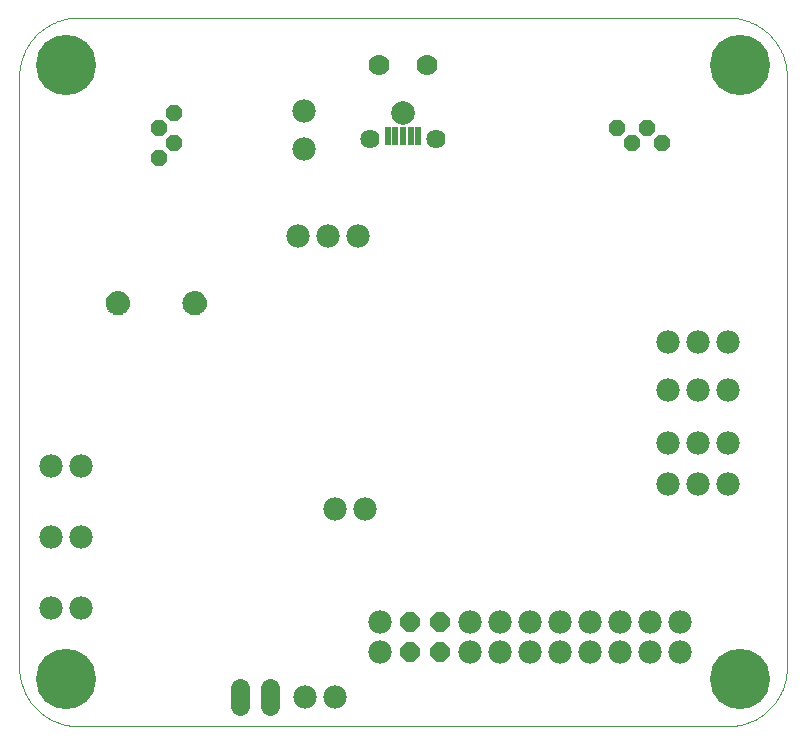
<source format=gbs>
G75*
%MOIN*%
%OFA0B0*%
%FSLAX25Y25*%
%IPPOS*%
%LPD*%
%AMOC8*
5,1,8,0,0,1.08239X$1,22.5*
%
%ADD10C,0.00000*%
%ADD11C,0.07000*%
%ADD12C,0.06400*%
%ADD13C,0.07800*%
%ADD14R,0.02172X0.06306*%
%ADD15C,0.06400*%
%ADD16C,0.07900*%
%ADD17OC8,0.06400*%
%ADD18C,0.00500*%
%ADD19OC8,0.05400*%
%ADD20C,0.20085*%
D10*
X0105861Y0042839D02*
X0105861Y0239689D01*
X0105862Y0239689D02*
X0105868Y0240165D01*
X0105885Y0240640D01*
X0105914Y0241115D01*
X0105954Y0241589D01*
X0106006Y0242062D01*
X0106069Y0242533D01*
X0106143Y0243003D01*
X0106229Y0243471D01*
X0106326Y0243937D01*
X0106434Y0244400D01*
X0106553Y0244860D01*
X0106684Y0245318D01*
X0106825Y0245772D01*
X0106978Y0246223D01*
X0107141Y0246669D01*
X0107315Y0247112D01*
X0107500Y0247550D01*
X0107695Y0247984D01*
X0107901Y0248413D01*
X0108117Y0248837D01*
X0108343Y0249256D01*
X0108579Y0249669D01*
X0108825Y0250076D01*
X0109081Y0250477D01*
X0109347Y0250871D01*
X0109622Y0251260D01*
X0109906Y0251641D01*
X0110199Y0252015D01*
X0110501Y0252383D01*
X0110813Y0252743D01*
X0111132Y0253095D01*
X0111460Y0253439D01*
X0111797Y0253776D01*
X0112141Y0254104D01*
X0112493Y0254423D01*
X0112853Y0254735D01*
X0113221Y0255037D01*
X0113595Y0255330D01*
X0113976Y0255614D01*
X0114365Y0255889D01*
X0114759Y0256155D01*
X0115160Y0256411D01*
X0115567Y0256657D01*
X0115980Y0256893D01*
X0116399Y0257119D01*
X0116823Y0257335D01*
X0117252Y0257541D01*
X0117686Y0257736D01*
X0118124Y0257921D01*
X0118567Y0258095D01*
X0119013Y0258258D01*
X0119464Y0258411D01*
X0119918Y0258552D01*
X0120376Y0258683D01*
X0120836Y0258802D01*
X0121299Y0258910D01*
X0121765Y0259007D01*
X0122233Y0259093D01*
X0122703Y0259167D01*
X0123174Y0259230D01*
X0123647Y0259282D01*
X0124121Y0259322D01*
X0124596Y0259351D01*
X0125071Y0259368D01*
X0125547Y0259374D01*
X0342082Y0259374D01*
X0342558Y0259368D01*
X0343033Y0259351D01*
X0343508Y0259322D01*
X0343982Y0259282D01*
X0344455Y0259230D01*
X0344926Y0259167D01*
X0345396Y0259093D01*
X0345864Y0259007D01*
X0346330Y0258910D01*
X0346793Y0258802D01*
X0347253Y0258683D01*
X0347711Y0258552D01*
X0348165Y0258411D01*
X0348616Y0258258D01*
X0349062Y0258095D01*
X0349505Y0257921D01*
X0349943Y0257736D01*
X0350377Y0257541D01*
X0350806Y0257335D01*
X0351230Y0257119D01*
X0351649Y0256893D01*
X0352062Y0256657D01*
X0352469Y0256411D01*
X0352870Y0256155D01*
X0353264Y0255889D01*
X0353653Y0255614D01*
X0354034Y0255330D01*
X0354408Y0255037D01*
X0354776Y0254735D01*
X0355136Y0254423D01*
X0355488Y0254104D01*
X0355832Y0253776D01*
X0356169Y0253439D01*
X0356497Y0253095D01*
X0356816Y0252743D01*
X0357128Y0252383D01*
X0357430Y0252015D01*
X0357723Y0251641D01*
X0358007Y0251260D01*
X0358282Y0250871D01*
X0358548Y0250477D01*
X0358804Y0250076D01*
X0359050Y0249669D01*
X0359286Y0249256D01*
X0359512Y0248837D01*
X0359728Y0248413D01*
X0359934Y0247984D01*
X0360129Y0247550D01*
X0360314Y0247112D01*
X0360488Y0246669D01*
X0360651Y0246223D01*
X0360804Y0245772D01*
X0360945Y0245318D01*
X0361076Y0244860D01*
X0361195Y0244400D01*
X0361303Y0243937D01*
X0361400Y0243471D01*
X0361486Y0243003D01*
X0361560Y0242533D01*
X0361623Y0242062D01*
X0361675Y0241589D01*
X0361715Y0241115D01*
X0361744Y0240640D01*
X0361761Y0240165D01*
X0361767Y0239689D01*
X0361767Y0042839D01*
X0361761Y0042363D01*
X0361744Y0041888D01*
X0361715Y0041413D01*
X0361675Y0040939D01*
X0361623Y0040466D01*
X0361560Y0039995D01*
X0361486Y0039525D01*
X0361400Y0039057D01*
X0361303Y0038591D01*
X0361195Y0038128D01*
X0361076Y0037668D01*
X0360945Y0037210D01*
X0360804Y0036756D01*
X0360651Y0036305D01*
X0360488Y0035859D01*
X0360314Y0035416D01*
X0360129Y0034978D01*
X0359934Y0034544D01*
X0359728Y0034115D01*
X0359512Y0033691D01*
X0359286Y0033272D01*
X0359050Y0032859D01*
X0358804Y0032452D01*
X0358548Y0032051D01*
X0358282Y0031657D01*
X0358007Y0031268D01*
X0357723Y0030887D01*
X0357430Y0030513D01*
X0357128Y0030145D01*
X0356816Y0029785D01*
X0356497Y0029433D01*
X0356169Y0029089D01*
X0355832Y0028752D01*
X0355488Y0028424D01*
X0355136Y0028105D01*
X0354776Y0027793D01*
X0354408Y0027491D01*
X0354034Y0027198D01*
X0353653Y0026914D01*
X0353264Y0026639D01*
X0352870Y0026373D01*
X0352469Y0026117D01*
X0352062Y0025871D01*
X0351649Y0025635D01*
X0351230Y0025409D01*
X0350806Y0025193D01*
X0350377Y0024987D01*
X0349943Y0024792D01*
X0349505Y0024607D01*
X0349062Y0024433D01*
X0348616Y0024270D01*
X0348165Y0024117D01*
X0347711Y0023976D01*
X0347253Y0023845D01*
X0346793Y0023726D01*
X0346330Y0023618D01*
X0345864Y0023521D01*
X0345396Y0023435D01*
X0344926Y0023361D01*
X0344455Y0023298D01*
X0343982Y0023246D01*
X0343508Y0023206D01*
X0343033Y0023177D01*
X0342558Y0023160D01*
X0342082Y0023154D01*
X0125547Y0023154D01*
X0125071Y0023160D01*
X0124596Y0023177D01*
X0124121Y0023206D01*
X0123647Y0023246D01*
X0123174Y0023298D01*
X0122703Y0023361D01*
X0122233Y0023435D01*
X0121765Y0023521D01*
X0121299Y0023618D01*
X0120836Y0023726D01*
X0120376Y0023845D01*
X0119918Y0023976D01*
X0119464Y0024117D01*
X0119013Y0024270D01*
X0118567Y0024433D01*
X0118124Y0024607D01*
X0117686Y0024792D01*
X0117252Y0024987D01*
X0116823Y0025193D01*
X0116399Y0025409D01*
X0115980Y0025635D01*
X0115567Y0025871D01*
X0115160Y0026117D01*
X0114759Y0026373D01*
X0114365Y0026639D01*
X0113976Y0026914D01*
X0113595Y0027198D01*
X0113221Y0027491D01*
X0112853Y0027793D01*
X0112493Y0028105D01*
X0112141Y0028424D01*
X0111797Y0028752D01*
X0111460Y0029089D01*
X0111132Y0029433D01*
X0110813Y0029785D01*
X0110501Y0030145D01*
X0110199Y0030513D01*
X0109906Y0030887D01*
X0109622Y0031268D01*
X0109347Y0031657D01*
X0109081Y0032051D01*
X0108825Y0032452D01*
X0108579Y0032859D01*
X0108343Y0033272D01*
X0108117Y0033691D01*
X0107901Y0034115D01*
X0107695Y0034544D01*
X0107500Y0034978D01*
X0107315Y0035416D01*
X0107141Y0035859D01*
X0106978Y0036305D01*
X0106825Y0036756D01*
X0106684Y0037210D01*
X0106553Y0037668D01*
X0106434Y0038128D01*
X0106326Y0038591D01*
X0106229Y0039057D01*
X0106143Y0039525D01*
X0106069Y0039995D01*
X0106006Y0040466D01*
X0105954Y0040939D01*
X0105914Y0041413D01*
X0105885Y0041888D01*
X0105868Y0042363D01*
X0105862Y0042839D01*
D11*
X0225940Y0243626D03*
X0241688Y0243626D03*
D12*
X0189602Y0035996D02*
X0189602Y0029996D01*
X0179602Y0029996D02*
X0179602Y0035996D01*
D13*
X0200980Y0032996D03*
X0210980Y0032996D03*
X0225999Y0047957D03*
X0225999Y0057957D03*
X0255999Y0057957D03*
X0265999Y0057957D03*
X0265999Y0047957D03*
X0255999Y0047957D03*
X0275999Y0047957D03*
X0275999Y0057957D03*
X0285999Y0057957D03*
X0285999Y0047957D03*
X0295999Y0047957D03*
X0295999Y0057957D03*
X0305999Y0057957D03*
X0315999Y0057957D03*
X0315999Y0047957D03*
X0305999Y0047957D03*
X0325999Y0047957D03*
X0325999Y0057957D03*
X0322239Y0103862D03*
X0332239Y0103862D03*
X0342239Y0103862D03*
X0342239Y0117642D03*
X0332239Y0117642D03*
X0322239Y0117642D03*
X0322239Y0135358D03*
X0332239Y0135358D03*
X0342239Y0135358D03*
X0342239Y0151106D03*
X0332239Y0151106D03*
X0322239Y0151106D03*
X0220980Y0095496D03*
X0210980Y0095496D03*
X0126610Y0086146D03*
X0116610Y0086146D03*
X0116610Y0109768D03*
X0126610Y0109768D03*
X0126610Y0062524D03*
X0116610Y0062524D03*
X0198755Y0186461D03*
X0208755Y0186461D03*
X0218755Y0186461D03*
X0200861Y0215654D03*
X0200861Y0228154D03*
D14*
X0228696Y0220004D03*
X0231255Y0220004D03*
X0233814Y0220004D03*
X0236373Y0220004D03*
X0238932Y0220004D03*
D15*
X0244838Y0219020D03*
X0222791Y0219020D03*
D16*
X0233814Y0227484D03*
D17*
X0235999Y0057957D03*
X0235999Y0047957D03*
X0245999Y0047957D03*
X0245999Y0057957D03*
D18*
X0166417Y0161086D02*
X0165776Y0160752D01*
X0165081Y0160549D01*
X0164360Y0160486D01*
X0163636Y0160548D01*
X0162937Y0160750D01*
X0162291Y0161084D01*
X0161723Y0161538D01*
X0161254Y0162094D01*
X0160902Y0162731D01*
X0160682Y0163424D01*
X0160601Y0164146D01*
X0160651Y0164806D01*
X0160814Y0165447D01*
X0161087Y0166050D01*
X0161459Y0166596D01*
X0161922Y0167070D01*
X0162459Y0167456D01*
X0163055Y0167742D01*
X0163692Y0167921D01*
X0164350Y0167987D01*
X0165009Y0167919D01*
X0165645Y0167739D01*
X0166241Y0167451D01*
X0166777Y0167063D01*
X0167238Y0166589D01*
X0167610Y0166041D01*
X0167881Y0165438D01*
X0168043Y0164796D01*
X0168091Y0164136D01*
X0168012Y0163417D01*
X0167795Y0162727D01*
X0167447Y0162093D01*
X0166982Y0161538D01*
X0166417Y0161086D01*
X0166611Y0161241D02*
X0162094Y0161241D01*
X0161552Y0161740D02*
X0167151Y0161740D01*
X0167526Y0162238D02*
X0161174Y0162238D01*
X0160900Y0162737D02*
X0167798Y0162737D01*
X0167955Y0163235D02*
X0160742Y0163235D01*
X0160647Y0163734D02*
X0168047Y0163734D01*
X0168084Y0164232D02*
X0160607Y0164232D01*
X0160645Y0164731D02*
X0168047Y0164731D01*
X0167933Y0165229D02*
X0160759Y0165229D01*
X0160941Y0165728D02*
X0167750Y0165728D01*
X0167484Y0166226D02*
X0161207Y0166226D01*
X0161585Y0166725D02*
X0167106Y0166725D01*
X0166555Y0167223D02*
X0162135Y0167223D01*
X0163012Y0167722D02*
X0165680Y0167722D01*
X0165745Y0160743D02*
X0162961Y0160743D01*
X0142412Y0163417D02*
X0142195Y0162727D01*
X0141847Y0162093D01*
X0141382Y0161538D01*
X0140817Y0161086D01*
X0140176Y0160752D01*
X0139481Y0160549D01*
X0138760Y0160486D01*
X0138036Y0160548D01*
X0137337Y0160750D01*
X0136691Y0161084D01*
X0136123Y0161538D01*
X0135654Y0162094D01*
X0135302Y0162731D01*
X0135082Y0163424D01*
X0135001Y0164146D01*
X0135051Y0164806D01*
X0135214Y0165447D01*
X0135487Y0166050D01*
X0135859Y0166596D01*
X0136322Y0167070D01*
X0136859Y0167456D01*
X0137455Y0167742D01*
X0138092Y0167921D01*
X0138750Y0167987D01*
X0139409Y0167919D01*
X0140045Y0167739D01*
X0140641Y0167451D01*
X0141177Y0167063D01*
X0141638Y0166589D01*
X0142010Y0166041D01*
X0142281Y0165438D01*
X0142443Y0164796D01*
X0142491Y0164136D01*
X0142412Y0163417D01*
X0142355Y0163235D02*
X0135142Y0163235D01*
X0135047Y0163734D02*
X0142447Y0163734D01*
X0142484Y0164232D02*
X0135007Y0164232D01*
X0135045Y0164731D02*
X0142447Y0164731D01*
X0142333Y0165229D02*
X0135159Y0165229D01*
X0135341Y0165728D02*
X0142150Y0165728D01*
X0141884Y0166226D02*
X0135607Y0166226D01*
X0135985Y0166725D02*
X0141506Y0166725D01*
X0140955Y0167223D02*
X0136535Y0167223D01*
X0137412Y0167722D02*
X0140080Y0167722D01*
X0142198Y0162737D02*
X0135300Y0162737D01*
X0135574Y0162238D02*
X0141926Y0162238D01*
X0141551Y0161740D02*
X0135952Y0161740D01*
X0136494Y0161241D02*
X0141011Y0161241D01*
X0140145Y0160743D02*
X0137361Y0160743D01*
D19*
X0152574Y0212504D03*
X0157574Y0217504D03*
X0152574Y0222504D03*
X0157574Y0227504D03*
X0305054Y0222504D03*
X0310054Y0217504D03*
X0315054Y0222504D03*
X0320054Y0217504D03*
D20*
X0346019Y0243626D03*
X0346019Y0038902D03*
X0121610Y0038902D03*
X0121610Y0243626D03*
M02*

</source>
